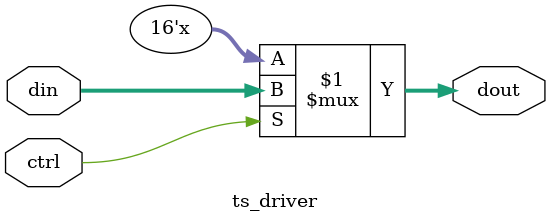
<source format=v>
`timescale 1ns / 1ps
module ts_driver ( din, dout, ctrl ); 
input [15:0] din;
input ctrl;
output [15:0] dout;

assign dout = (ctrl)? din:(16'bZZZZZZZZZZZZZZZZ);


endmodule 
</source>
